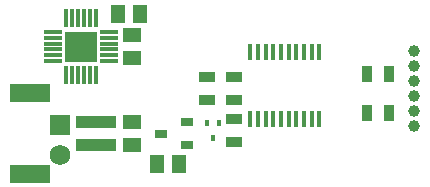
<source format=gts>
G04 (created by PCBNEW (2013-05-18 BZR 4017)-stable) date Thu 17 Jul 2014 20:47:08 CST*
%MOIN*%
G04 Gerber Fmt 3.4, Leading zero omitted, Abs format*
%FSLAX34Y34*%
G01*
G70*
G90*
G04 APERTURE LIST*
%ADD10C,0.00590551*%
%ADD11R,0.0165X0.0579*%
%ADD12R,0.015748X0.0200787*%
%ADD13R,0.0394X0.0315*%
%ADD14R,0.055X0.035*%
%ADD15R,0.035X0.055*%
%ADD16R,0.137795X0.0393701*%
%ADD17R,0.133858X0.0590551*%
%ADD18R,0.106299X0.102362*%
%ADD19R,0.0590551X0.0137795*%
%ADD20R,0.0137795X0.0590551*%
%ADD21R,0.069X0.069*%
%ADD22C,0.069*%
%ADD23R,0.0512X0.059*%
%ADD24R,0.059X0.0512*%
%ADD25C,0.039*%
G04 APERTURE END LIST*
G54D10*
G54D11*
X55728Y-30498D03*
X55472Y-30498D03*
X55216Y-30498D03*
X54960Y-30498D03*
X56492Y-32700D03*
X56496Y-30498D03*
X56240Y-30498D03*
X55984Y-30498D03*
X54704Y-32702D03*
X54960Y-32702D03*
X55216Y-32702D03*
X55472Y-32702D03*
X55728Y-32702D03*
X55984Y-32702D03*
X54704Y-30498D03*
X56240Y-32700D03*
X56752Y-30498D03*
X54448Y-30498D03*
X54448Y-32702D03*
X56752Y-32702D03*
G54D12*
X53003Y-32844D03*
X53396Y-32844D03*
X53200Y-33355D03*
G54D13*
X51467Y-33200D03*
X52333Y-32825D03*
X52333Y-33575D03*
G54D14*
X53000Y-32075D03*
X53000Y-31325D03*
G54D15*
X58325Y-32500D03*
X59075Y-32500D03*
X58325Y-31200D03*
X59075Y-31200D03*
G54D14*
X53900Y-32725D03*
X53900Y-33475D03*
X53900Y-32075D03*
X53900Y-31325D03*
G54D16*
X49300Y-33593D03*
X49300Y-32806D03*
G54D17*
X47114Y-34538D03*
X47114Y-31861D03*
G54D18*
X48800Y-30300D03*
G54D19*
X47855Y-29807D03*
X47855Y-30004D03*
X47855Y-30201D03*
X47855Y-30398D03*
X47855Y-30595D03*
X47855Y-30792D03*
G54D20*
X48307Y-31244D03*
X48504Y-31244D03*
X48701Y-31244D03*
X48898Y-31244D03*
X49095Y-31244D03*
X49292Y-31244D03*
G54D19*
X49744Y-30792D03*
X49744Y-30595D03*
X49744Y-30398D03*
X49744Y-30201D03*
X49744Y-30004D03*
X49744Y-29807D03*
G54D20*
X49292Y-29355D03*
X49095Y-29355D03*
X48898Y-29355D03*
X48701Y-29355D03*
X48504Y-29355D03*
X48307Y-29355D03*
G54D21*
X48100Y-32900D03*
G54D22*
X48100Y-33900D03*
G54D23*
X50025Y-29200D03*
X50775Y-29200D03*
G54D24*
X50500Y-32825D03*
X50500Y-33575D03*
G54D23*
X52075Y-34200D03*
X51325Y-34200D03*
G54D24*
X50500Y-30675D03*
X50500Y-29925D03*
G54D25*
X59900Y-31450D03*
X59900Y-31950D03*
X59900Y-30950D03*
X59900Y-32450D03*
X59900Y-30450D03*
X59900Y-32950D03*
M02*

</source>
